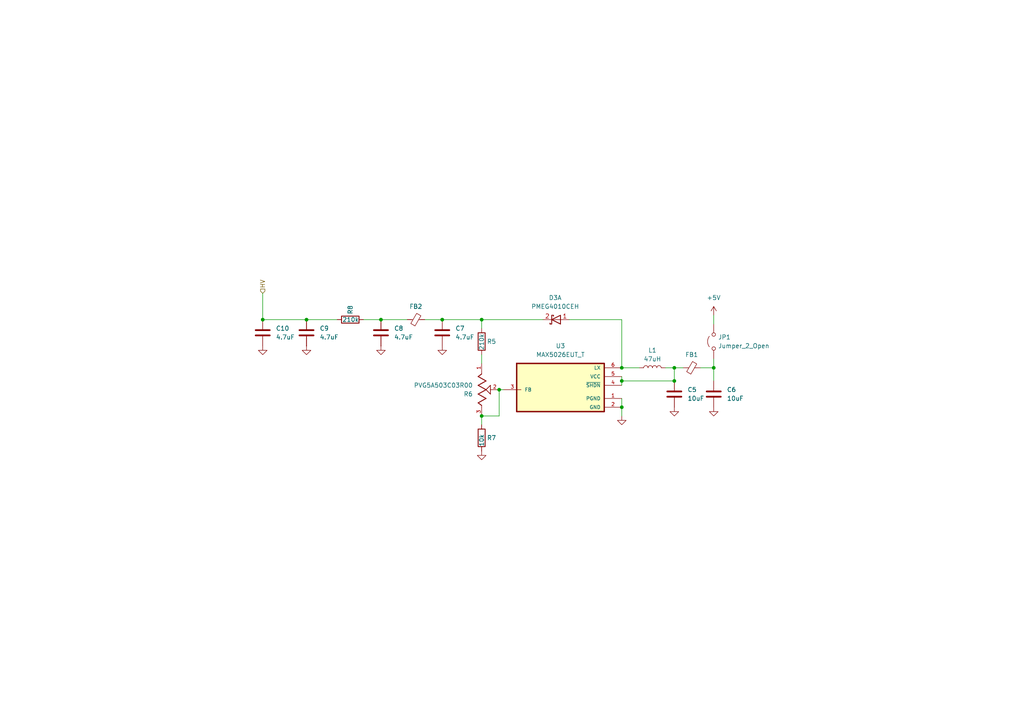
<source format=kicad_sch>
(kicad_sch (version 20250114) (generator "eeschema") (generator_version "9.0")
  (paper "A4")
  (lib_symbols
    (symbol "0_BuckConverter:MAX5026EUT_T" (pin_names (offset 1.016))
      (property "Reference" "U3" (at 0 17.78 0))
      (property "Value" "MAX5026EUT_T" (at 0 15.24 0))
      (symbol "MAX5026EUT_T_0_0"
        (rectangle (start -12.7 12.7) (end 12.7 -1.27) (stroke (width 0.41)) (fill (type background)))
        (pin input line (at -16.51 5.08 0) (length 5.08) (name "FB") (number "3"))
        (pin output line (at 17.78 11.43 180) (length 5.08) (name "LX") (number "6"))
        (pin power_in line (at 17.78 8.89 180) (length 5.08) (name "VCC") (number "5"))
        (pin input line (at 17.78 6.35 180) (length 5.08) (name "~{SHDN}") (number "4"))
        (pin power_in line (at 17.78 2.54 180) (length 5.08) (name "PGND") (number "1"))
        (pin power_in line (at 17.78 0 180) (length 5.08) (name "GND") (number "2"))
      )
    )
    (symbol "0_Potentiometer:PVG5A503C03R00" (pin_names (offset 1.016))
      (property "Reference" "R" (at -5.08 5.08 0))
      (property "Value" "PVG5A503C03R00" (at -5.08 2.54 0))
      (symbol "PVG5A503C03R00_0_0"
        (polyline (pts (xy -5.08 0) (xy -4.572 0)) (stroke (width 0.1524)))
        (polyline (pts (xy -4.572 0) (xy -3.81 1.016)) (stroke (width 0.254)))
        (polyline (pts (xy -3.81 1.016) (xy -2.54 -1.27)) (stroke (width 0.254)))
        (polyline (pts (xy -2.54 -1.27) (xy -1.27 1.016)) (stroke (width 0.254)))
        (polyline (pts (xy -1.27 1.016) (xy 0 -1.27)) (stroke (width 0.254)))
        (polyline (pts (xy -1.27 -2.54) (xy 0 -1.27)) (stroke (width 0.2032)))
        (polyline (pts (xy 0 -1.27) (xy 1.27 1.016)) (stroke (width 0.254)))
        (polyline (pts (xy 0 -1.27) (xy 1.27 -2.54)) (stroke (width 0.2032)))
        (polyline (pts (xy 1.27 1.016) (xy 2.54 -1.27)) (stroke (width 0.254)))
        (polyline (pts (xy 1.27 -2.54) (xy -1.27 -2.54)) (stroke (width 0.2032)))
        (polyline (pts (xy 2.54 -1.27) (xy 3.81 1.016)) (stroke (width 0.254)))
        (polyline (pts (xy 3.81 1.016) (xy 4.572 0)) (stroke (width 0.254)))
        (polyline (pts (xy 4.572 0) (xy 5.08 0)) (stroke (width 0.1524)))
        (pin passive line (at -7.62 0 0) (length 2.54) (name "~") (number "1"))
        (pin passive line (at 0 -5.08 90) (length 2.54) (name "~") (number "2"))
        (pin passive line (at 7.62 0 180) (length 2.54) (name "~") (number "3"))
      )
    )
    (symbol "Device:C" (pin_numbers (hide yes)) (pin_names (offset 0.254))
      (property "Reference" "C" (at 0.635 2.54 0))
      (property "Value" "C" (at 0.635 -2.54 0))
      (symbol "C_0_1"
        (polyline (pts (xy -2.032 0.762) (xy 2.032 0.762)) (stroke (width 0.508)))
        (polyline (pts (xy -2.032 -0.762) (xy 2.032 -0.762)) (stroke (width 0.508)))
      )
      (symbol "C_1_1"
        (pin passive line (at 0 3.81 270) (length 2.794) (name "~") (number "1"))
        (pin passive line (at 0 -3.81 90) (length 2.794) (name "~") (number "2"))
      )
    )
    (symbol "Device:D_Schottky_Dual_CommonAnode_AKK_Split" (pin_names (offset 0.762) (hide yes))
      (property "Reference" "D" (at 0 2.54 0))
      (property "Value" "D_Schottky_Dual_CommonAnode_AKK_Split" (at 0 -2.54 0))
      (symbol "D_Schottky_Dual_CommonAnode_AKK_Split_0_1"
        (polyline (pts (xy -1.27 1.27) (xy 1.27 0) (xy -1.27 -1.27) (xy -1.27 1.27) (xy -1.27 1.27) (xy -1.27 1.27)) (stroke (width 0.254)))
        (polyline (pts (xy 1.27 0) (xy -1.27 0)))
        (polyline (pts (xy 1.778 1.016) (xy 1.778 1.27) (xy 1.27 1.27) (xy 1.27 -1.27) (xy 0.762 -1.27) (xy 0.762 -1.016)) (stroke (width 0.254)))
        (pin passive line (at -3.81 0 0) (length 2.54) (name "A") (number "1"))
      )
      (symbol "D_Schottky_Dual_CommonAnode_AKK_Split_1_1"
        (pin passive line (at 3.81 0 180) (length 2.54) (name "K") (number "2"))
      )
      (symbol "D_Schottky_Dual_CommonAnode_AKK_Split_2_1"
        (pin passive line (at 3.81 0 180) (length 2.54) (name "K") (number "3"))
      )
    )
    (symbol "Device:FerriteBead_Small" (pin_numbers (hide yes)) (pin_names (offset 0))
      (property "Reference" "FB" (at 1.905 1.27 0))
      (property "Value" "FerriteBead_Small" (at 1.905 -1.27 0))
      (symbol "FerriteBead_Small_0_1"
        (polyline (pts (xy -1.8288 0.2794) (xy -1.1176 1.4986) (xy 1.8288 -0.2032) (xy 1.1176 -1.4224) (xy -1.8288 0.2794)))
        (polyline (pts (xy 0 0.889) (xy 0 1.2954)))
        (polyline (pts (xy 0 -1.27) (xy 0 -0.7874)))
      )
      (symbol "FerriteBead_Small_1_1"
        (pin passive line (at 0 2.54 270) (length 1.27) (name "~") (number "1"))
        (pin passive line (at 0 -2.54 90) (length 1.27) (name "~") (number "2"))
      )
    )
    (symbol "Device:L" (pin_numbers (hide yes)) (pin_names (offset 1.016) (hide yes))
      (property "Reference" "L" (at -1.27 0 90))
      (property "Value" "L" (at 1.905 0 90))
      (symbol "L_0_1"
        (arc (start 0 2.54) (mid 0.6323 1.905) (end 0 1.27))
        (arc (start 0 1.27) (mid 0.6323 0.635) (end 0 0))
        (arc (start 0 0) (mid 0.6323 -0.635) (end 0 -1.27))
        (arc (start 0 -1.27) (mid 0.6323 -1.905) (end 0 -2.54))
      )
      (symbol "L_1_1"
        (pin passive line (at 0 3.81 270) (length 1.27) (name "1") (number "1"))
        (pin passive line (at 0 -3.81 90) (length 1.27) (name "2") (number "2"))
      )
    )
    (symbol "Device:R" (pin_numbers (hide yes)) (pin_names (offset 0))
      (property "Reference" "R" (at 2.032 0 90))
      (property "Value" "R" (at 0 0 90))
      (symbol "R_0_1"
        (rectangle (start -1.016 -2.54) (end 1.016 2.54) (stroke (width 0.254)))
      )
      (symbol "R_1_1"
        (pin passive line (at 0 3.81 270) (length 1.27) (name "~") (number "1"))
        (pin passive line (at 0 -3.81 90) (length 1.27) (name "~") (number "2"))
      )
    )
    (symbol "Jumper:Jumper_2_Open" (pin_numbers (hide yes)) (pin_names (offset 0) (hide yes)) (exclude_from_sim yes)
      (property "Reference" "JP" (at 0 2.794 0))
      (property "Value" "Jumper_2_Open" (at 0 -2.286 0))
      (symbol "Jumper_2_Open_0_0"
        (circle (center -2.032 0) (radius 0.508))
        (circle (center 2.032 0) (radius 0.508))
      )
      (symbol "Jumper_2_Open_0_1"
        (arc (start -1.524 1.27) (mid 0 1.778) (end 1.524 1.27))
      )
      (symbol "Jumper_2_Open_1_1"
        (pin passive line (at -5.08 0 0) (length 2.54) (name "A") (number "1"))
        (pin passive line (at 5.08 0 180) (length 2.54) (name "B") (number "2"))
      )
    )
    (symbol "power:+5V" (power) (pin_numbers (hide yes)) (pin_names (offset 0) (hide yes))
      (property "Value" "+5V" (at 0 3.556 0))
      (symbol "+5V_0_1"
        (polyline (pts (xy -0.762 1.27) (xy 0 2.54)))
        (polyline (pts (xy 0 2.54) (xy 0.762 1.27)))
        (polyline (pts (xy 0 0) (xy 0 2.54)))
      )
      (symbol "+5V_1_1"
        (pin power_in line (at 0 0 90) (length 0) (name "~") (number "1"))
      )
    )
    (symbol "power:GND" (power) (pin_numbers (hide yes)) (pin_names (offset 0) (hide yes))
      (property "Value" "GND" (at 0 -3.81 0))
      (symbol "GND_0_1"
        (polyline (pts (xy 0 0) (xy 0 -1.27) (xy 1.27 -1.27) (xy 0 -2.54) (xy -1.27 -1.27) (xy 0 -1.27)))
      )
      (symbol "GND_1_1"
        (pin power_in line (at 0 0 270) (length 0) (name "~") (number "1"))
      )
    )
  )
  (junction (at 195.58 106.68))
  (junction (at 195.58 110.49))
  (junction (at 207.01 106.68))
  (junction (at 88.9 92.71))
  (junction (at 110.49 92.71))
  (junction (at 139.7 120.65))
  (junction (at 180.34 110.49))
  (junction (at 180.34 118.11))
  (junction (at 144.78 113.03))
  (junction (at 76.2 92.71))
  (junction (at 139.7 92.71))
  (junction (at 180.34 106.68))
  (junction (at 128.27 92.71))
  (wire (pts (xy 165.1 92.71) (xy 180.34 92.71)))
  (wire (pts (xy 139.7 95.25) (xy 139.7 92.71)))
  (wire (pts (xy 180.34 118.11) (xy 180.34 120.65)))
  (wire (pts (xy 180.34 115.57) (xy 180.34 118.11)))
  (wire (pts (xy 144.78 113.03) (xy 146.05 113.03)))
  (wire (pts (xy 180.34 106.68) (xy 185.42 106.68)))
  (wire (pts (xy 139.7 120.65) (xy 139.7 123.19)))
  (wire (pts (xy 88.9 92.71) (xy 97.79 92.71)))
  (wire (pts (xy 203.2 106.68) (xy 207.01 106.68)))
  (wire (pts (xy 105.41 92.71) (xy 110.49 92.71)))
  (wire (pts (xy 195.58 106.68) (xy 198.12 106.68)))
  (wire (pts (xy 144.78 113.03) (xy 144.78 120.65)))
  (wire (pts (xy 193.04 106.68) (xy 195.58 106.68)))
  (wire (pts (xy 110.49 92.71) (xy 118.11 92.71)))
  (wire (pts (xy 144.78 120.65) (xy 139.7 120.65)))
  (wire (pts (xy 139.7 102.87) (xy 139.7 105.41)))
  (wire (pts (xy 207.01 91.44) (xy 207.01 93.98)))
  (wire (pts (xy 195.58 106.68) (xy 195.58 110.49)))
  (wire (pts (xy 180.34 109.22) (xy 180.34 110.49)))
  (wire (pts (xy 180.34 110.49) (xy 180.34 111.76)))
  (wire (pts (xy 123.19 92.71) (xy 128.27 92.71)))
  (wire (pts (xy 139.7 92.71) (xy 157.48 92.71)))
  (wire (pts (xy 207.01 104.14) (xy 207.01 106.68)))
  (wire (pts (xy 180.34 110.49) (xy 195.58 110.49)))
  (wire (pts (xy 180.34 92.71) (xy 180.34 106.68)))
  (wire (pts (xy 76.2 85.09) (xy 76.2 92.71)))
  (wire (pts (xy 207.01 106.68) (xy 207.01 110.49)))
  (wire (pts (xy 76.2 92.71) (xy 88.9 92.71)))
  (wire (pts (xy 128.27 92.71) (xy 139.7 92.71)))
  (hierarchical_label "HV" (shape input) (at 76.2 85.09 90))
  (symbol (lib_id "Device:C") (at 207.01 114.3 0) (unit 1)
    (property "Reference" "C6" (at 210.82 113.0299 0) (effects (justify left)))
    (property "Value" "10uF" (at 210.82 115.5699 0) (effects (justify left)))
    (property "Footprint" "Capacitor_SMD:C_0603_1608Metric" (effects (hide yes)))
    (property "Description" "Unpolarized capacitor" (effects (hide yes)))
  )
  (symbol (lib_id "0_Potentiometer:PVG5A503C03R00") (at 139.7 113.03 90) (mirror x) (unit 1)
    (property "Reference" "R6" (at 137.16 114.3001 90) (effects (justify left)))
    (property "Value" "PVG5A503C03R00" (at 137.16 111.7601 90) (effects (justify left)))
    (property "Footprint" "0_lib:TRIM_PVG5A503C03R00" (effects (hide yes)))
    (property "MF" "Bourns" (effects (hide yes)))
    (property "MAXIMUM_PACKAGE_HEIGHT" "5.3mm" (effects (hide yes)))
    (property "Package" "SMD-3 Bourns" (effects (hide yes)))
    (property "Price" "None" (effects (hide yes)))
    (property "Check_prices" "https://www.snapeda.com/parts/PVG5A503C03R00/Bourns/view-part/?ref=eda" (effects (hide yes)))
    (property "STANDARD" "Manufacturer Recommendations" (effects (hide yes)))
    (property "PARTREV" "08/19" (effects (hide yes)))
    (property "SnapEDA_Link" "https://www.snapeda.com/parts/PVG5A503C03R00/Bourns/view-part/?ref=snap" (effects (hide yes)))
    (property "MP" "PVG5A503C03R00" (effects (hide yes)))
    (property "Purchase-URL" "https://www.snapeda.com/api/url_track_click_mouser/?unipart_id=1439221&manufacturer=Bourns&part_name=PVG5A503C03R00&search_term=pvg5a503c03r00" (effects (hide yes)))
    (property "Description_1" "50 kOhms 0.25W, 1/4W J Lead Surface Mount Trimmer Potentiometer Cermet 11.0 Turn Top Adjustment" (effects (hide yes)))
    (property "Availability" "In Stock" (effects (hide yes)))
    (property "MANUFACTURER" "Bourns" (effects (hide yes)))
  )
  (symbol (lib_id "Device:L") (at 189.23 106.68 90) (unit 1)
    (property "Reference" "L1" (at 189.23 101.6 90))
    (property "Value" "47uH" (at 189.23 104.14 90))
    (property "Footprint" "Inductor_SMD:L_0603_1608Metric" (effects (hide yes)))
    (property "Description" "Inductor" (effects (hide yes)))
  )
  (symbol (lib_id "power:GND") (at 195.58 118.11 0) (unit 1)
    (property "Reference" "#PWR022" (effects (hide yes)))
    (property "Value" "GND" (effects (hide yes)))
    (property "Description" "Power symbol creates a global label with name \"GND\" , ground" (effects (hide yes)))
  )
  (symbol (lib_id "Device:R") (at 139.7 99.06 0) (unit 1)
    (property "Reference" "R5" (at 141.224 99.06 0) (effects (justify left)))
    (property "Value" "210k" (at 139.7 101.6 90) (effects (justify left)))
    (property "Footprint" "Resistor_SMD:R_0603_1608Metric" (effects (hide yes)))
    (property "Description" "Resistor" (effects (hide yes)))
  )
  (symbol (lib_id "Jumper:Jumper_2_Open") (at 207.01 99.06 90) (unit 1) (exclude_from_sim yes)
    (property "Reference" "JP1" (at 208.28 97.7899 90) (effects (justify right)))
    (property "Value" "Jumper_2_Open" (at 208.28 100.3299 90) (effects (justify right)))
    (property "Footprint" "Connector_PinHeader_2.54mm:PinHeader_2x01_P2.54mm_Vertical_SMD" (effects (hide yes)))
    (property "Description" "Jumper, 2-pole, open" (effects (hide yes)))
  )
  (symbol (lib_id "power:+5V") (at 207.01 91.44 0) (unit 1)
    (property "Reference" "#PWR06" (effects (hide yes)))
    (property "Value" "+5V" (at 207.01 86.36 0))
    (property "Description" "Power symbol creates a global label with name \"+5V\"" (effects (hide yes)))
  )
  (symbol (lib_id "Device:C") (at 76.2 96.52 0) (unit 1)
    (property "Reference" "C10" (at 80.01 95.2499 0) (effects (justify left)))
    (property "Value" "4.7uF" (at 80.01 97.7899 0) (effects (justify left)))
    (property "Footprint" "Capacitor_SMD:C_0805_2012Metric" (effects (hide yes)))
    (property "Description" "Unpolarized capacitor" (effects (hide yes)))
  )
  (symbol (lib_id "Device:FerriteBead_Small") (at 200.66 106.68 90) (unit 1)
    (property "Reference" "FB1" (at 200.6219 102.87 90))
    (property "Value" "FerriteBead_Small" (effects (hide yes)))
    (property "Footprint" "Inductor_SMD:L_0603_1608Metric" (effects (hide yes)))
    (property "Description" "Ferrite bead, small symbol" (effects (hide yes)))
  )
  (symbol (lib_id "power:GND") (at 88.9 100.33 0) (unit 1)
    (property "Reference" "#PWR028" (effects (hide yes)))
    (property "Value" "GND" (effects (hide yes)))
    (property "Description" "Power symbol creates a global label with name \"GND\" , ground" (effects (hide yes)))
  )
  (symbol (lib_id "Device:C") (at 88.9 96.52 0) (unit 1)
    (property "Reference" "C9" (at 92.71 95.2499 0) (effects (justify left)))
    (property "Value" "4.7uF" (at 92.71 97.7899 0) (effects (justify left)))
    (property "Footprint" "Capacitor_SMD:C_0805_2012Metric" (effects (hide yes)))
    (property "Description" "Unpolarized capacitor" (effects (hide yes)))
  )
  (symbol (lib_id "Device:FerriteBead_Small") (at 120.65 92.71 90) (unit 1)
    (property "Reference" "FB2" (at 120.6119 88.9 90))
    (property "Value" "FerriteBead_Small" (effects (hide yes)))
    (property "Footprint" "Inductor_SMD:L_0603_1608Metric" (effects (hide yes)))
    (property "Description" "Ferrite bead, small symbol" (effects (hide yes)))
  )
  (symbol (lib_id "Device:C") (at 128.27 96.52 0) (unit 1)
    (property "Reference" "C7" (at 132.08 95.2499 0) (effects (justify left)))
    (property "Value" "4.7uF" (at 132.08 97.7899 0) (effects (justify left)))
    (property "Footprint" "Capacitor_SMD:C_0805_2012Metric" (effects (hide yes)))
    (property "Description" "Unpolarized capacitor" (effects (hide yes)))
  )
  (symbol (lib_id "power:GND") (at 139.7 130.81 0) (unit 1)
    (property "Reference" "#PWR024" (effects (hide yes)))
    (property "Value" "GND" (effects (hide yes)))
    (property "Description" "Power symbol creates a global label with name \"GND\" , ground" (effects (hide yes)))
  )
  (symbol (lib_id "Device:C") (at 110.49 96.52 0) (unit 1)
    (property "Reference" "C8" (at 114.3 95.2499 0) (effects (justify left)))
    (property "Value" "4.7uF" (at 114.3 97.7899 0) (effects (justify left)))
    (property "Footprint" "Capacitor_SMD:C_0805_2012Metric" (effects (hide yes)))
    (property "Description" "Unpolarized capacitor" (effects (hide yes)))
  )
  (symbol (lib_id "Device:C") (at 195.58 114.3 0) (unit 1)
    (property "Reference" "C5" (at 199.39 113.0299 0) (effects (justify left)))
    (property "Value" "10uF" (at 199.39 115.5699 0) (effects (justify left)))
    (property "Footprint" "Capacitor_SMD:C_0603_1608Metric" (effects (hide yes)))
    (property "Description" "Unpolarized capacitor" (effects (hide yes)))
  )
  (symbol (lib_id "power:GND") (at 128.27 100.33 0) (unit 1)
    (property "Reference" "#PWR025" (effects (hide yes)))
    (property "Value" "GND" (effects (hide yes)))
    (property "Description" "Power symbol creates a global label with name \"GND\" , ground" (effects (hide yes)))
  )
  (symbol (lib_id "power:GND") (at 76.2 100.33 0) (unit 1)
    (property "Reference" "#PWR027" (effects (hide yes)))
    (property "Value" "GND" (effects (hide yes)))
    (property "Description" "Power symbol creates a global label with name \"GND\" , ground" (effects (hide yes)))
  )
  (symbol (lib_id "Device:R") (at 139.7 127 0) (unit 1)
    (property "Reference" "R7" (at 141.224 127 0) (effects (justify left)))
    (property "Value" "10k" (at 139.7 129.54 90) (effects (justify left)))
    (property "Footprint" "Resistor_SMD:R_0603_1608Metric" (effects (hide yes)))
    (property "Description" "Resistor" (effects (hide yes)))
  )
  (symbol (lib_id "power:GND") (at 207.01 118.11 0) (unit 1)
    (property "Reference" "#PWR023" (effects (hide yes)))
    (property "Value" "GND" (effects (hide yes)))
    (property "Description" "Power symbol creates a global label with name \"GND\" , ground" (effects (hide yes)))
  )
  (symbol (lib_id "power:GND") (at 110.49 100.33 0) (unit 1)
    (property "Reference" "#PWR026" (effects (hide yes)))
    (property "Value" "GND" (effects (hide yes)))
    (property "Description" "Power symbol creates a global label with name \"GND\" , ground" (effects (hide yes)))
  )
  (symbol (lib_id "0_BuckConverter:MAX5026EUT_T") (at 162.56 118.11 0) (unit 1)
    (property "Reference" "U3" (at 162.56 100.33 0))
    (property "Value" "MAX5026EUT_T" (at 162.56 102.87 0))
    (property "Footprint" "0_lib:SOT95P280X145-6N" (effects (hide yes)))
    (property "MF" "Analog Devices" (effects (hide yes)))
    (property "Description_1" "500kHz, 36V Output, SOT23, PWM Step-Up DC-DC Converters" (effects (hide yes)))
    (property "Package" "SOT-23-6 Maxim Integrated" (effects (hide yes)))
    (property "Price" "None" (effects (hide yes)))
    (property "SnapEDA_Link" "https://www.snapeda.com/parts/MAX5026EUT+T/Analog+Devices/view-part/?ref=snap" (effects (hide yes)))
    (property "MP" "MAX5026EUT+T" (effects (hide yes)))
    (property "Purchase-URL" "https://www.snapeda.com/api/url_track_click_mouser/?unipart_id=586600&manufacturer=Analog Devices&part_name=MAX5026EUT+T&search_term=max5026eut+t" (effects (hide yes)))
    (property "Availability" "In Stock" (effects (hide yes)))
    (property "Check_prices" "https://www.snapeda.com/parts/MAX5026EUT+T/Analog+Devices/view-part/?ref=eda" (effects (hide yes)))
  )
  (symbol (lib_id "Device:D_Schottky_Dual_CommonAnode_AKK_Split") (at 161.29 92.71 180) (unit 1)
    (property "Reference" "D3" (at 161.036 86.36 0))
    (property "Value" "PMEG4010CEH" (at 161.036 88.9 0))
    (property "Footprint" "Diode_SMD:D_0603_1608Metric" (effects (hide yes)))
    (property "Description" "Dual Schottky diode, common anode on pin 1" (effects (hide yes)))
  )
  (symbol (lib_id "Device:R") (at 101.6 92.71 90) (unit 1)
    (property "Reference" "R8" (at 101.6 91.186 0) (effects (justify left)))
    (property "Value" "210k" (at 104.14 92.71 90) (effects (justify left)))
    (property "Footprint" "Resistor_SMD:R_0603_1608Metric" (effects (hide yes)))
    (property "Description" "Resistor" (effects (hide yes)))
  )
  (symbol (lib_id "power:GND") (at 180.34 120.65 0) (unit 1)
    (property "Reference" "#PWR021" (effects (hide yes)))
    (property "Value" "GND" (effects (hide yes)))
    (property "Description" "Power symbol creates a global label with name \"GND\" , ground" (effects (hide yes)))
  )
)
</source>
